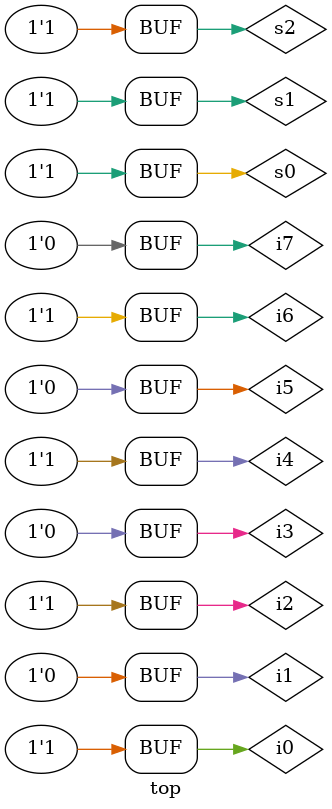
<source format=v>
module mux81(
    output reg y,
    input s0,s1,s2,i0,i1,i2,i3,i4,i5,i6,i7
);
always @(*) begin
    case({s0,s1,s2})
        3'b000 : y = i0;
        3'b001 : y = i1;
        3'b010 : y = i2;
        3'b011 : y = i3;
        3'b100 : y = i4;
        3'b101 : y = i5;
        3'b110 : y = i6;
        3'b111 : y = i7;
    endcase
end
endmodule

module top;
wire y;
reg s0,s1,s2,i0,i1,i2,i3,i4,i5,i6,i7;
mux81 m1(y,s0,s1,s2,i0,i1,i2,i3,i4,i5,i6,i7);
initial begin
    $dumpfile("mux81_test.vcd");
    $dumpvars(0,top);
    $monitor($time, "s0 = %b, s1 = %b, s2 = %b, y = %b", s0,s1,s2,y);
    i0 = 1; i1 = 0; i2 = 1; i3 = 0; i4 = 1; i5 = 0; i6 = 1; i7 = 0;
    s0 = 0; s1 = 0; s2 = 0; #10;
    s0 = 0; s1 = 0; s2 = 1; #10;
    s0 = 0; s1 = 1; s2 = 0; #10;
    s0 = 0; s1 = 1; s2 = 1; #10;
    s0 = 1; s1 = 0; s2 = 0; #10;
    s0 = 1; s1 = 0; s2 = 1; #10;
    s0 = 1; s1 = 1; s2 = 0; #10;
    s0 = 1; s1 = 1; s2 = 1; #10;
end
endmodule
</source>
